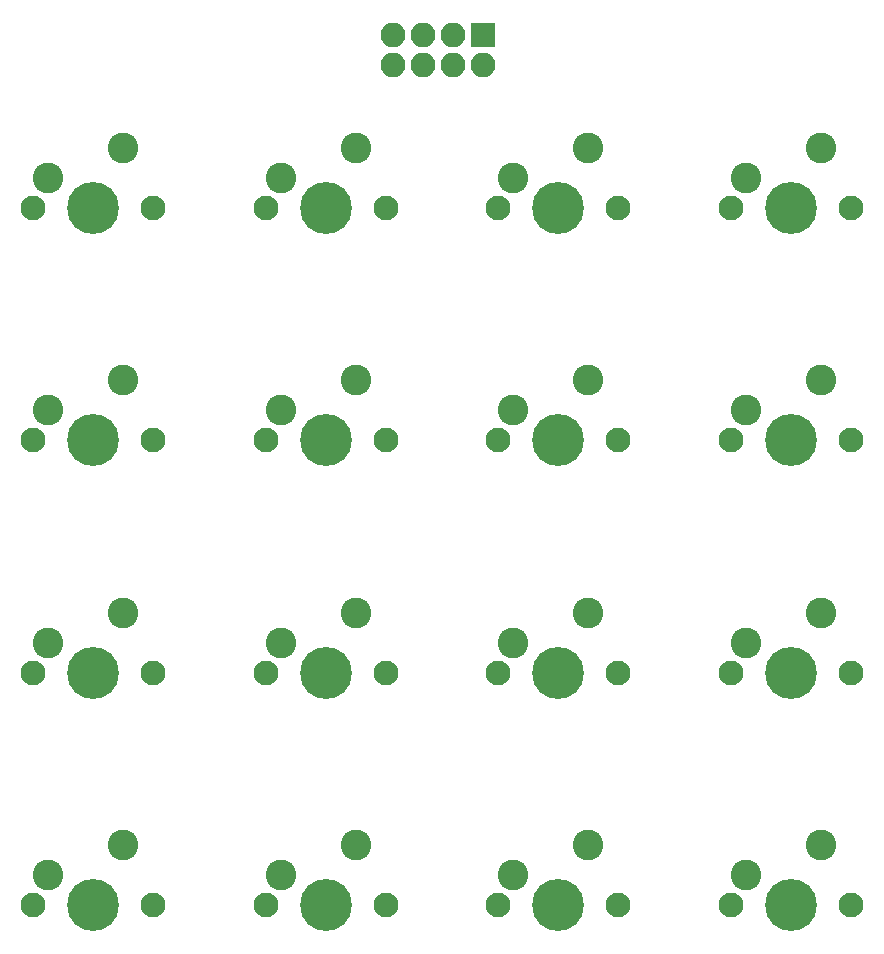
<source format=gbs>
G04 #@! TF.FileFunction,Soldermask,Bot*
%FSLAX46Y46*%
G04 Gerber Fmt 4.6, Leading zero omitted, Abs format (unit mm)*
G04 Created by KiCad (PCBNEW 4.0.7) date 08/25/19 17:49:11*
%MOMM*%
%LPD*%
G01*
G04 APERTURE LIST*
%ADD10C,0.100000*%
%ADD11C,2.600000*%
%ADD12C,4.400000*%
%ADD13C,2.100000*%
%ADD14R,2.100000X2.100000*%
%ADD15O,2.100000X2.100000*%
G04 APERTURE END LIST*
D10*
D11*
X93980000Y-126365000D03*
X87630000Y-128905000D03*
D12*
X91440000Y-131445000D03*
D13*
X86360000Y-131445000D03*
X96520000Y-131445000D03*
D11*
X153035000Y-106680000D03*
X146685000Y-109220000D03*
D12*
X150495000Y-111760000D03*
D13*
X145415000Y-111760000D03*
X155575000Y-111760000D03*
D11*
X133350000Y-67310000D03*
X127000000Y-69850000D03*
D12*
X130810000Y-72390000D03*
D13*
X125730000Y-72390000D03*
X135890000Y-72390000D03*
D11*
X113665000Y-126365000D03*
X107315000Y-128905000D03*
D12*
X111125000Y-131445000D03*
D13*
X106045000Y-131445000D03*
X116205000Y-131445000D03*
D11*
X93980000Y-86995000D03*
X87630000Y-89535000D03*
D12*
X91440000Y-92075000D03*
D13*
X86360000Y-92075000D03*
X96520000Y-92075000D03*
D11*
X153035000Y-67310000D03*
X146685000Y-69850000D03*
D12*
X150495000Y-72390000D03*
D13*
X145415000Y-72390000D03*
X155575000Y-72390000D03*
D11*
X133350000Y-126365000D03*
X127000000Y-128905000D03*
D12*
X130810000Y-131445000D03*
D13*
X125730000Y-131445000D03*
X135890000Y-131445000D03*
D11*
X113665000Y-86995000D03*
X107315000Y-89535000D03*
D12*
X111125000Y-92075000D03*
D13*
X106045000Y-92075000D03*
X116205000Y-92075000D03*
D11*
X153035000Y-126365000D03*
X146685000Y-128905000D03*
D12*
X150495000Y-131445000D03*
D13*
X145415000Y-131445000D03*
X155575000Y-131445000D03*
D11*
X133350000Y-86995000D03*
X127000000Y-89535000D03*
D12*
X130810000Y-92075000D03*
D13*
X125730000Y-92075000D03*
X135890000Y-92075000D03*
D11*
X93980000Y-106680000D03*
X87630000Y-109220000D03*
D12*
X91440000Y-111760000D03*
D13*
X86360000Y-111760000D03*
X96520000Y-111760000D03*
D11*
X153035000Y-86995000D03*
X146685000Y-89535000D03*
D12*
X150495000Y-92075000D03*
D13*
X145415000Y-92075000D03*
X155575000Y-92075000D03*
D11*
X113665000Y-106680000D03*
X107315000Y-109220000D03*
D12*
X111125000Y-111760000D03*
D13*
X106045000Y-111760000D03*
X116205000Y-111760000D03*
D11*
X93980000Y-67310000D03*
X87630000Y-69850000D03*
D12*
X91440000Y-72390000D03*
D13*
X86360000Y-72390000D03*
X96520000Y-72390000D03*
D11*
X133350000Y-106680000D03*
X127000000Y-109220000D03*
D12*
X130810000Y-111760000D03*
D13*
X125730000Y-111760000D03*
X135890000Y-111760000D03*
D11*
X113665000Y-67310000D03*
X107315000Y-69850000D03*
D12*
X111125000Y-72390000D03*
D13*
X106045000Y-72390000D03*
X116205000Y-72390000D03*
D14*
X124460000Y-57785000D03*
D15*
X124460000Y-60325000D03*
X121920000Y-57785000D03*
X121920000Y-60325000D03*
X119380000Y-57785000D03*
X119380000Y-60325000D03*
X116840000Y-57785000D03*
X116840000Y-60325000D03*
M02*

</source>
